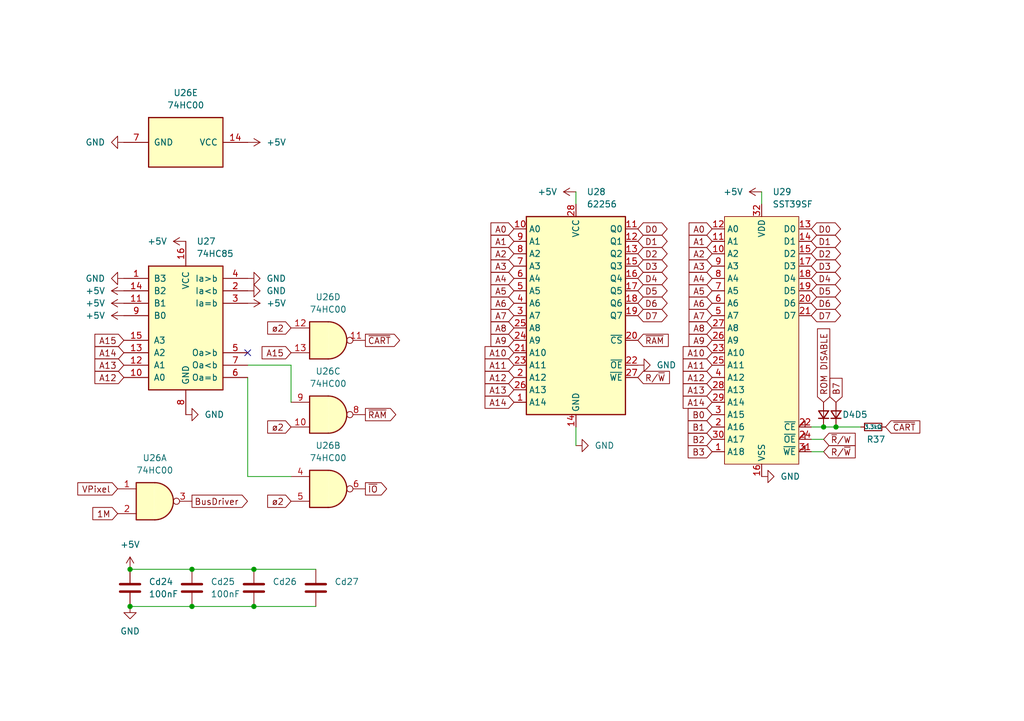
<source format=kicad_sch>
(kicad_sch (version 20231120) (generator "eeschema") (generator_version "8.0")
  (paper "A5")
  (title_block (title "Memory Mapping and RAM"))
  (lib_symbols
    (symbol "74xx:74HC00" (pin_names (offset 1.016))
      (property "Reference" "U" (at 0 1.27 0))
      (property "Value" "74HC00" (at 0 -1.27 0))
      (symbol "74HC00_1_1"
        (arc (start 0 -3.81) (mid 3.7934 0) (end 0 3.81) (stroke (width 0.254)) (fill (type background)))
        (polyline (pts (xy 0 3.81) (xy -3.81 3.81) (xy -3.81 -3.81) (xy 0 -3.81)) (stroke (width 0.254)) (fill (type background)))
        (pin input line (at -7.62 2.54 0) (length 3.81) (name "~") (number "1"))
        (pin input line (at -7.62 -2.54 0) (length 3.81) (name "~") (number "2"))
        (pin output inverted (at 7.62 0 180) (length 3.81) (name "~") (number "3"))
      )
      (symbol "74HC00_1_2"
        (arc (start -3.81 -3.81) (mid -2.589 0) (end -3.81 3.81) (stroke (width 0.254)))
        (arc (start -0.6096 -3.81) (mid 2.1842 -2.5851) (end 3.81 0) (stroke (width 0.254)) (fill (type background)))
        (polyline (pts (xy -3.81 -3.81) (xy -0.635 -3.81)) (stroke (width 0.254)) (fill (type background)))
        (polyline (pts (xy -3.81 3.81) (xy -0.635 3.81)) (stroke (width 0.254)) (fill (type background)))
        (polyline (pts (xy -0.635 3.81) (xy -3.81 3.81) (xy -3.81 3.81) (xy -3.556 3.4036) (xy -3.0226 2.2606) (xy -2.6924 1.0414) (xy -2.6162 -0.254) (xy -2.7686 -1.4986) (xy -3.175 -2.7178) (xy -3.81 -3.81) (xy -3.81 -3.81) (xy -0.635 -3.81)) (stroke (width -25.4)) (fill (type background)))
        (arc (start 3.81 0) (mid 2.1915 2.5936) (end -0.6096 3.81) (stroke (width 0.254)) (fill (type background)))
        (pin input inverted (at -7.62 2.54 0) (length 4.318) (name "~") (number "1"))
        (pin input inverted (at -7.62 -2.54 0) (length 4.318) (name "~") (number "2"))
        (pin output line (at 7.62 0 180) (length 3.81) (name "~") (number "3"))
      )
      (symbol "74HC00_2_1"
        (arc (start 0 -3.81) (mid 3.7934 0) (end 0 3.81) (stroke (width 0.254)) (fill (type background)))
        (polyline (pts (xy 0 3.81) (xy -3.81 3.81) (xy -3.81 -3.81) (xy 0 -3.81)) (stroke (width 0.254)) (fill (type background)))
        (pin input line (at -7.62 2.54 0) (length 3.81) (name "~") (number "4"))
        (pin input line (at -7.62 -2.54 0) (length 3.81) (name "~") (number "5"))
        (pin output inverted (at 7.62 0 180) (length 3.81) (name "~") (number "6"))
      )
      (symbol "74HC00_2_2"
        (arc (start -3.81 -3.81) (mid -2.589 0) (end -3.81 3.81) (stroke (width 0.254)))
        (arc (start -0.6096 -3.81) (mid 2.1842 -2.5851) (end 3.81 0) (stroke (width 0.254)) (fill (type background)))
        (polyline (pts (xy -3.81 -3.81) (xy -0.635 -3.81)) (stroke (width 0.254)) (fill (type background)))
        (polyline (pts (xy -3.81 3.81) (xy -0.635 3.81)) (stroke (width 0.254)) (fill (type background)))
        (polyline (pts (xy -0.635 3.81) (xy -3.81 3.81) (xy -3.81 3.81) (xy -3.556 3.4036) (xy -3.0226 2.2606) (xy -2.6924 1.0414) (xy -2.6162 -0.254) (xy -2.7686 -1.4986) (xy -3.175 -2.7178) (xy -3.81 -3.81) (xy -3.81 -3.81) (xy -0.635 -3.81)) (stroke (width -25.4)) (fill (type background)))
        (arc (start 3.81 0) (mid 2.1915 2.5936) (end -0.6096 3.81) (stroke (width 0.254)) (fill (type background)))
        (pin input inverted (at -7.62 2.54 0) (length 4.318) (name "~") (number "4"))
        (pin input inverted (at -7.62 -2.54 0) (length 4.318) (name "~") (number "5"))
        (pin output line (at 7.62 0 180) (length 3.81) (name "~") (number "6"))
      )
      (symbol "74HC00_3_1"
        (arc (start 0 -3.81) (mid 3.7934 0) (end 0 3.81) (stroke (width 0.254)) (fill (type background)))
        (polyline (pts (xy 0 3.81) (xy -3.81 3.81) (xy -3.81 -3.81) (xy 0 -3.81)) (stroke (width 0.254)) (fill (type background)))
        (pin input line (at -7.62 -2.54 0) (length 3.81) (name "~") (number "10"))
        (pin output inverted (at 7.62 0 180) (length 3.81) (name "~") (number "8"))
        (pin input line (at -7.62 2.54 0) (length 3.81) (name "~") (number "9"))
      )
      (symbol "74HC00_3_2"
        (arc (start -3.81 -3.81) (mid -2.589 0) (end -3.81 3.81) (stroke (width 0.254)))
        (arc (start -0.6096 -3.81) (mid 2.1842 -2.5851) (end 3.81 0) (stroke (width 0.254)) (fill (type background)))
        (polyline (pts (xy -3.81 -3.81) (xy -0.635 -3.81)) (stroke (width 0.254)) (fill (type background)))
        (polyline (pts (xy -3.81 3.81) (xy -0.635 3.81)) (stroke (width 0.254)) (fill (type background)))
        (polyline (pts (xy -0.635 3.81) (xy -3.81 3.81) (xy -3.81 3.81) (xy -3.556 3.4036) (xy -3.0226 2.2606) (xy -2.6924 1.0414) (xy -2.6162 -0.254) (xy -2.7686 -1.4986) (xy -3.175 -2.7178) (xy -3.81 -3.81) (xy -3.81 -3.81) (xy -0.635 -3.81)) (stroke (width -25.4)) (fill (type background)))
        (arc (start 3.81 0) (mid 2.1915 2.5936) (end -0.6096 3.81) (stroke (width 0.254)) (fill (type background)))
        (pin input inverted (at -7.62 -2.54 0) (length 4.318) (name "~") (number "10"))
        (pin output line (at 7.62 0 180) (length 3.81) (name "~") (number "8"))
        (pin input inverted (at -7.62 2.54 0) (length 4.318) (name "~") (number "9"))
      )
      (symbol "74HC00_4_1"
        (arc (start 0 -3.81) (mid 3.7934 0) (end 0 3.81) (stroke (width 0.254)) (fill (type background)))
        (polyline (pts (xy 0 3.81) (xy -3.81 3.81) (xy -3.81 -3.81) (xy 0 -3.81)) (stroke (width 0.254)) (fill (type background)))
        (pin output inverted (at 7.62 0 180) (length 3.81) (name "~") (number "11"))
        (pin input line (at -7.62 2.54 0) (length 3.81) (name "~") (number "12"))
        (pin input line (at -7.62 -2.54 0) (length 3.81) (name "~") (number "13"))
      )
      (symbol "74HC00_4_2"
        (arc (start -3.81 -3.81) (mid -2.589 0) (end -3.81 3.81) (stroke (width 0.254)))
        (arc (start -0.6096 -3.81) (mid 2.1842 -2.5851) (end 3.81 0) (stroke (width 0.254)) (fill (type background)))
        (polyline (pts (xy -3.81 -3.81) (xy -0.635 -3.81)) (stroke (width 0.254)) (fill (type background)))
        (polyline (pts (xy -3.81 3.81) (xy -0.635 3.81)) (stroke (width 0.254)) (fill (type background)))
        (polyline (pts (xy -0.635 3.81) (xy -3.81 3.81) (xy -3.81 3.81) (xy -3.556 3.4036) (xy -3.0226 2.2606) (xy -2.6924 1.0414) (xy -2.6162 -0.254) (xy -2.7686 -1.4986) (xy -3.175 -2.7178) (xy -3.81 -3.81) (xy -3.81 -3.81) (xy -0.635 -3.81)) (stroke (width -25.4)) (fill (type background)))
        (arc (start 3.81 0) (mid 2.1915 2.5936) (end -0.6096 3.81) (stroke (width 0.254)) (fill (type background)))
        (pin output line (at 7.62 0 180) (length 3.81) (name "~") (number "11"))
        (pin input inverted (at -7.62 2.54 0) (length 4.318) (name "~") (number "12"))
        (pin input inverted (at -7.62 -2.54 0) (length 4.318) (name "~") (number "13"))
      )
      (symbol "74HC00_5_0"
        (pin power_in line (at 0 12.7 270) (length 5.08) (name "VCC") (number "14"))
        (pin power_in line (at 0 -12.7 90) (length 5.08) (name "GND") (number "7"))
      )
      (symbol "74HC00_5_1"
        (rectangle (start -5.08 7.62) (end 5.08 -7.62) (stroke (width 0.254)) (fill (type background)))
      )
    )
    (symbol "74xx:74LS85" (pin_names (offset 1.016))
      (property "Reference" "U" (at -7.62 13.97 0))
      (property "Value" "74LS85" (at -7.62 -13.97 0))
      (symbol "74LS85_1_0"
        (pin input line (at -12.7 10.16 0) (length 5.08) (name "B3") (number "1"))
        (pin input line (at -12.7 -10.16 0) (length 5.08) (name "A0") (number "10"))
        (pin input line (at -12.7 5.08 0) (length 5.08) (name "B1") (number "11"))
        (pin input line (at -12.7 -7.62 0) (length 5.08) (name "A1") (number "12"))
        (pin input line (at -12.7 -5.08 0) (length 5.08) (name "A2") (number "13"))
        (pin input line (at -12.7 7.62 0) (length 5.08) (name "B2") (number "14"))
        (pin input line (at -12.7 -2.54 0) (length 5.08) (name "A3") (number "15"))
        (pin power_in line (at 0 17.78 270) (length 5.08) (name "VCC") (number "16"))
        (pin input line (at 12.7 7.62 180) (length 5.08) (name "Ia<b") (number "2"))
        (pin input line (at 12.7 5.08 180) (length 5.08) (name "Ia=b") (number "3"))
        (pin input line (at 12.7 10.16 180) (length 5.08) (name "Ia>b") (number "4"))
        (pin output line (at 12.7 -5.08 180) (length 5.08) (name "Oa>b") (number "5"))
        (pin output line (at 12.7 -10.16 180) (length 5.08) (name "Oa=b") (number "6"))
        (pin output line (at 12.7 -7.62 180) (length 5.08) (name "Oa<b") (number "7"))
        (pin power_in line (at 0 -17.78 90) (length 5.08) (name "GND") (number "8"))
        (pin input line (at -12.7 2.54 0) (length 5.08) (name "B0") (number "9"))
      )
      (symbol "74LS85_1_1"
        (rectangle (start -7.62 12.7) (end 7.62 -12.7) (stroke (width 0.254)) (fill (type background)))
      )
    )
    (symbol "Device:C" (pin_numbers hide) (pin_names (offset 0.254))
      (property "Reference" "C" (at 0.635 2.54 0))
      (property "Value" "C" (at 0.635 -2.54 0))
      (symbol "C_0_1"
        (polyline (pts (xy -2.032 -0.762) (xy 2.032 -0.762)) (stroke (width 0.508)))
        (polyline (pts (xy -2.032 0.762) (xy 2.032 0.762)) (stroke (width 0.508)))
      )
      (symbol "C_1_1"
        (pin passive line (at 0 3.81 270) (length 2.794) (name "~") (number "1"))
        (pin passive line (at 0 -3.81 90) (length 2.794) (name "~") (number "2"))
      )
    )
    (symbol "Device:D_Small" (pin_numbers hide) (pin_names (offset 0.254) hide)
      (property "Reference" "D" (at -1.27 2.032 0))
      (property "Value" "D_Small" (at -3.81 -2.032 0))
      (symbol "D_Small_0_1"
        (polyline (pts (xy -0.762 -1.016) (xy -0.762 1.016)) (stroke (width 0.254)))
        (polyline (pts (xy -0.762 0) (xy 0.762 0)))
        (polyline (pts (xy 0.762 -1.016) (xy -0.762 0) (xy 0.762 1.016) (xy 0.762 -1.016)) (stroke (width 0.254)))
      )
      (symbol "D_Small_1_1"
        (pin passive line (at -2.54 0 0) (length 1.778) (name "K") (number "1"))
        (pin passive line (at 2.54 0 180) (length 1.778) (name "A") (number "2"))
      )
    )
    (symbol "Device:R_Small" (pin_numbers hide) (pin_names (offset 0.254) hide)
      (property "Reference" "R" (at 0.762 0.508 0))
      (property "Value" "R_Small" (at 0.762 -1.016 0))
      (symbol "R_Small_0_1"
        (rectangle (start -0.762 1.778) (end 0.762 -1.778) (stroke (width 0.2032)))
      )
      (symbol "R_Small_1_1"
        (pin passive line (at 0 2.54 270) (length 0.762) (name "~") (number "1"))
        (pin passive line (at 0 -2.54 90) (length 0.762) (name "~") (number "2"))
      )
    )
    (symbol "Memory_Lib:SST39SF040"
      (property "Reference" "U" (at 11.43 54.61 0))
      (property "Value" "SST39SF040" (at 19.05 52.07 0))
      (symbol "SST39SF040_1_1"
        (rectangle (start 0 50.8) (end 15.24 0) (fill (type background)))
        (pin input line (at -2.54 2.54 0) (length 2.54) (name "A18") (number "1"))
        (pin input line (at -2.54 43.18 0) (length 2.54) (name "A2") (number "10"))
        (pin input line (at -2.54 45.72 0) (length 2.54) (name "A1") (number "11"))
        (pin input line (at -2.54 48.26 0) (length 2.54) (name "A0") (number "12"))
        (pin bidirectional line (at 17.78 48.26 180) (length 2.54) (name "D0") (number "13"))
        (pin bidirectional line (at 17.78 45.72 180) (length 2.54) (name "D1") (number "14"))
        (pin bidirectional line (at 17.78 43.18 180) (length 2.54) (name "D2") (number "15"))
        (pin power_in line (at 7.62 -2.54 90) (length 2.54) (name "VSS") (number "16"))
        (pin bidirectional line (at 17.78 40.64 180) (length 2.54) (name "D3") (number "17"))
        (pin bidirectional line (at 17.78 38.1 180) (length 2.54) (name "D4") (number "18"))
        (pin bidirectional line (at 17.78 35.56 180) (length 2.54) (name "D5") (number "19"))
        (pin input line (at -2.54 7.62 0) (length 2.54) (name "A16") (number "2"))
        (pin bidirectional line (at 17.78 33.02 180) (length 2.54) (name "D6") (number "20"))
        (pin bidirectional line (at 17.78 30.48 180) (length 2.54) (name "D7") (number "21"))
        (pin input input_low (at 17.78 7.62 180) (length 2.54) (name "~{CE}") (number "22"))
        (pin input line (at -2.54 22.86 0) (length 2.54) (name "A10") (number "23"))
        (pin input input_low (at 17.78 5.08 180) (length 2.54) (name "~{OE}") (number "24"))
        (pin input line (at -2.54 20.32 0) (length 2.54) (name "A11") (number "25"))
        (pin input line (at -2.54 25.4 0) (length 2.54) (name "A9") (number "26"))
        (pin input line (at -2.54 27.94 0) (length 2.54) (name "A8") (number "27"))
        (pin input line (at -2.54 15.24 0) (length 2.54) (name "A13") (number "28"))
        (pin input line (at -2.54 12.7 0) (length 2.54) (name "A14") (number "29"))
        (pin input line (at -2.54 10.16 0) (length 2.54) (name "A15") (number "3"))
        (pin input line (at -2.54 5.08 0) (length 2.54) (name "A17") (number "30"))
        (pin input input_low (at 17.78 2.54 180) (length 2.54) (name "~{WE}") (number "31"))
        (pin power_in line (at 7.62 53.34 270) (length 2.54) (name "VDD") (number "32"))
        (pin input line (at -2.54 17.78 0) (length 2.54) (name "A12") (number "4"))
        (pin input line (at -2.54 30.48 0) (length 2.54) (name "A7") (number "5"))
        (pin input line (at -2.54 33.02 0) (length 2.54) (name "A6") (number "6"))
        (pin input line (at -2.54 35.56 0) (length 2.54) (name "A5") (number "7"))
        (pin input line (at -2.54 38.1 0) (length 2.54) (name "A4") (number "8"))
        (pin input line (at -2.54 40.64 0) (length 2.54) (name "A3") (number "9"))
      )
    )
    (symbol "Memory_RAM:HM62256BLP"
      (property "Reference" "U" (at -10.16 20.955 0))
      (property "Value" "HM62256BLP" (at 2.54 20.955 0))
      (symbol "HM62256BLP_0_0"
        (pin power_in line (at 0 -22.86 90) (length 2.54) (name "GND") (number "14"))
        (pin power_in line (at 0 22.86 270) (length 2.54) (name "VCC") (number "28"))
      )
      (symbol "HM62256BLP_0_1"
        (rectangle (start -10.16 20.32) (end 10.16 -20.32) (stroke (width 0.254)) (fill (type background)))
      )
      (symbol "HM62256BLP_1_1"
        (pin input line (at -12.7 -17.78 0) (length 2.54) (name "A14") (number "1"))
        (pin input line (at -12.7 17.78 0) (length 2.54) (name "A0") (number "10"))
        (pin tri_state line (at 12.7 17.78 180) (length 2.54) (name "Q0") (number "11"))
        (pin tri_state line (at 12.7 15.24 180) (length 2.54) (name "Q1") (number "12"))
        (pin tri_state line (at 12.7 12.7 180) (length 2.54) (name "Q2") (number "13"))
        (pin tri_state line (at 12.7 10.16 180) (length 2.54) (name "Q3") (number "15"))
        (pin tri_state line (at 12.7 7.62 180) (length 2.54) (name "Q4") (number "16"))
        (pin tri_state line (at 12.7 5.08 180) (length 2.54) (name "Q5") (number "17"))
        (pin tri_state line (at 12.7 2.54 180) (length 2.54) (name "Q6") (number "18"))
        (pin tri_state line (at 12.7 0 180) (length 2.54) (name "Q7") (number "19"))
        (pin input line (at -12.7 -12.7 0) (length 2.54) (name "A12") (number "2"))
        (pin input line (at 12.7 -5.08 180) (length 2.54) (name "~{CS}") (number "20"))
        (pin input line (at -12.7 -7.62 0) (length 2.54) (name "A10") (number "21"))
        (pin input line (at 12.7 -10.16 180) (length 2.54) (name "~{OE}") (number "22"))
        (pin input line (at -12.7 -10.16 0) (length 2.54) (name "A11") (number "23"))
        (pin input line (at -12.7 -5.08 0) (length 2.54) (name "A9") (number "24"))
        (pin input line (at -12.7 -2.54 0) (length 2.54) (name "A8") (number "25"))
        (pin input line (at -12.7 -15.24 0) (length 2.54) (name "A13") (number "26"))
        (pin input line (at 12.7 -12.7 180) (length 2.54) (name "~{WE}") (number "27"))
        (pin input line (at -12.7 0 0) (length 2.54) (name "A7") (number "3"))
        (pin input line (at -12.7 2.54 0) (length 2.54) (name "A6") (number "4"))
        (pin input line (at -12.7 5.08 0) (length 2.54) (name "A5") (number "5"))
        (pin input line (at -12.7 7.62 0) (length 2.54) (name "A4") (number "6"))
        (pin input line (at -12.7 10.16 0) (length 2.54) (name "A3") (number "7"))
        (pin input line (at -12.7 12.7 0) (length 2.54) (name "A2") (number "8"))
        (pin input line (at -12.7 15.24 0) (length 2.54) (name "A1") (number "9"))
      )
    )
    (symbol "power:+5V" (power) (pin_names (offset 0))
      (property "Value" "+5V" (at 0 3.556 0))
      (symbol "+5V_0_1"
        (polyline (pts (xy -0.762 1.27) (xy 0 2.54)))
        (polyline (pts (xy 0 0) (xy 0 2.54)))
        (polyline (pts (xy 0 2.54) (xy 0.762 1.27)))
      )
      (symbol "+5V_1_1"
        (pin power_in line (at 0 0 90) (length 0) hide (name "+5V") (number "1"))
      )
    )
    (symbol "power:GND" (power) (pin_names (offset 0))
      (property "Value" "GND" (at 0 -3.81 0))
      (symbol "GND_0_1"
        (polyline (pts (xy 0 0) (xy 0 -1.27) (xy 1.27 -1.27) (xy 0 -2.54) (xy -1.27 -1.27) (xy 0 -1.27)))
      )
      (symbol "GND_1_1"
        (pin power_in line (at 0 0 270) (length 0) hide (name "GND") (number "1"))
      )
    )
  )
  (junction (at 168.91 87.63))
  (junction (at 26.67 124.46))
  (junction (at 52.07 124.46))
  (junction (at 171.45 87.63))
  (junction (at 52.07 116.84))
  (junction (at 26.67 116.84))
  (junction (at 39.37 116.84))
  (junction (at 39.37 124.46))
  (no_connect (at 50.8 72.39))
  (wire (pts (xy 39.37 124.46) (xy 52.07 124.46)))
  (wire (pts (xy 59.69 74.93) (xy 59.69 82.55)))
  (wire (pts (xy 168.91 87.63) (xy 171.45 87.63)))
  (wire (pts (xy 26.67 116.84) (xy 39.37 116.84)))
  (wire (pts (xy 26.67 124.46) (xy 39.37 124.46)))
  (wire (pts (xy 118.11 87.63) (xy 118.11 91.44)))
  (wire (pts (xy 52.07 116.84) (xy 64.77 116.84)))
  (wire (pts (xy 171.45 87.63) (xy 176.53 87.63)))
  (wire (pts (xy 52.07 124.46) (xy 64.77 124.46)))
  (wire (pts (xy 166.37 90.17) (xy 168.91 90.17)))
  (wire (pts (xy 168.91 92.71) (xy 166.37 92.71)))
  (wire (pts (xy 50.8 77.47) (xy 50.8 97.79)))
  (wire (pts (xy 118.11 39.37) (xy 118.11 41.91)))
  (wire (pts (xy 156.21 39.37) (xy 156.21 41.91)))
  (wire (pts (xy 50.8 74.93) (xy 59.69 74.93)))
  (wire (pts (xy 50.8 97.79) (xy 59.69 97.79)))
  (wire (pts (xy 166.37 87.63) (xy 168.91 87.63)))
  (wire (pts (xy 39.37 116.84) (xy 52.07 116.84)))
  (global_label "~{IO}" (shape output) (at 74.93 100.33 0) (property "Intersheetrefs" "${INTERSHEET_REFS}" (effects (hide yes))))
  (global_label "A0" (shape input) (at 146.05 46.99 180) (property "Intersheetrefs" "${INTERSHEET_REFS}" (effects (hide yes))))
  (global_label "R{slash}~{W}" (shape input) (at 168.91 92.71 0) (property "Intersheetrefs" "${INTERSHEET_REFS}" (effects (hide yes))))
  (global_label "D5" (shape bidirectional) (at 130.81 59.69 0) (property "Intersheetrefs" "${INTERSHEET_REFS}" (effects (hide yes))))
  (global_label "A4" (shape input) (at 105.41 57.15 180) (property "Intersheetrefs" "${INTERSHEET_REFS}" (effects (hide yes))))
  (global_label "~{CART}" (shape input) (at 181.61 87.63 0) (property "Intersheetrefs" "${INTERSHEET_REFS}" (effects (hide yes))))
  (global_label "A10" (shape input) (at 105.41 72.39 180) (property "Intersheetrefs" "${INTERSHEET_REFS}" (effects (hide yes))))
  (global_label "A5" (shape input) (at 105.41 59.69 180) (property "Intersheetrefs" "${INTERSHEET_REFS}" (effects (hide yes))))
  (global_label "A0" (shape input) (at 105.41 46.99 180) (property "Intersheetrefs" "${INTERSHEET_REFS}" (effects (hide yes))))
  (global_label "~{R}{slash}W" (shape input) (at 168.91 90.17 0) (property "Intersheetrefs" "${INTERSHEET_REFS}" (effects (hide yes))))
  (global_label "~{RAM}" (shape input) (at 130.81 69.85 0) (property "Intersheetrefs" "${INTERSHEET_REFS}" (effects (hide yes))))
  (global_label "D1" (shape bidirectional) (at 166.37 49.53 0) (property "Intersheetrefs" "${INTERSHEET_REFS}" (effects (hide yes))))
  (global_label "D2" (shape bidirectional) (at 166.37 52.07 0) (property "Intersheetrefs" "${INTERSHEET_REFS}" (effects (hide yes))))
  (global_label "D4" (shape bidirectional) (at 166.37 57.15 0) (property "Intersheetrefs" "${INTERSHEET_REFS}" (effects (hide yes))))
  (global_label "A13" (shape input) (at 25.4 74.93 180) (property "Intersheetrefs" "${INTERSHEET_REFS}" (effects (hide yes))))
  (global_label "A14" (shape input) (at 25.4 72.39 180) (property "Intersheetrefs" "${INTERSHEET_REFS}" (effects (hide yes))))
  (global_label "~{RAM}" (shape output) (at 74.93 85.09 0) (property "Intersheetrefs" "${INTERSHEET_REFS}" (effects (hide yes))))
  (global_label "A12" (shape input) (at 105.41 77.47 180) (property "Intersheetrefs" "${INTERSHEET_REFS}" (effects (hide yes))))
  (global_label "BusDriver" (shape output) (at 39.37 102.87 0) (property "Intersheetrefs" "${INTERSHEET_REFS}" (effects (hide yes))))
  (global_label "A14" (shape input) (at 146.05 82.55 180) (property "Intersheetrefs" "${INTERSHEET_REFS}" (effects (hide yes))))
  (global_label "ø2" (shape input) (at 59.69 87.63 180) (property "Intersheetrefs" "${INTERSHEET_REFS}" (effects (hide yes))))
  (global_label "A8" (shape input) (at 146.05 67.31 180) (property "Intersheetrefs" "${INTERSHEET_REFS}" (effects (hide yes))))
  (global_label "D3" (shape bidirectional) (at 166.37 54.61 0) (property "Intersheetrefs" "${INTERSHEET_REFS}" (effects (hide yes))))
  (global_label "A13" (shape input) (at 146.05 80.01 180) (property "Intersheetrefs" "${INTERSHEET_REFS}" (effects (hide yes))))
  (global_label "B7" (shape input) (at 171.45 82.55 90) (property "Intersheetrefs" "${INTERSHEET_REFS}" (effects (hide yes))))
  (global_label "A2" (shape input) (at 105.41 52.07 180) (property "Intersheetrefs" "${INTERSHEET_REFS}" (effects (hide yes))))
  (global_label "A14" (shape input) (at 105.41 82.55 180) (property "Intersheetrefs" "${INTERSHEET_REFS}" (effects (hide yes))))
  (global_label "A7" (shape input) (at 146.05 64.77 180) (property "Intersheetrefs" "${INTERSHEET_REFS}" (effects (hide yes))))
  (global_label "D6" (shape bidirectional) (at 130.81 62.23 0) (property "Intersheetrefs" "${INTERSHEET_REFS}" (effects (hide yes))))
  (global_label "1M" (shape input) (at 24.13 105.41 180) (property "Intersheetrefs" "${INTERSHEET_REFS}" (effects (hide yes))))
  (global_label "B1" (shape input) (at 146.05 87.63 180) (property "Intersheetrefs" "${INTERSHEET_REFS}" (effects (hide yes))))
  (global_label "D0" (shape bidirectional) (at 166.37 46.99 0) (property "Intersheetrefs" "${INTERSHEET_REFS}" (effects (hide yes))))
  (global_label "D4" (shape bidirectional) (at 130.81 57.15 0) (property "Intersheetrefs" "${INTERSHEET_REFS}" (effects (hide yes))))
  (global_label "A15" (shape input) (at 59.69 72.39 180) (property "Intersheetrefs" "${INTERSHEET_REFS}" (effects (hide yes))))
  (global_label "D3" (shape bidirectional) (at 130.81 54.61 0) (property "Intersheetrefs" "${INTERSHEET_REFS}" (effects (hide yes))))
  (global_label "A6" (shape input) (at 105.41 62.23 180) (property "Intersheetrefs" "${INTERSHEET_REFS}" (effects (hide yes))))
  (global_label "D2" (shape bidirectional) (at 130.81 52.07 0) (property "Intersheetrefs" "${INTERSHEET_REFS}" (effects (hide yes))))
  (global_label "ø2" (shape input) (at 59.69 67.31 180) (property "Intersheetrefs" "${INTERSHEET_REFS}" (effects (hide yes))))
  (global_label "A11" (shape input) (at 146.05 74.93 180) (property "Intersheetrefs" "${INTERSHEET_REFS}" (effects (hide yes))))
  (global_label "ROM DISABLE" (shape input) (at 168.91 82.55 90) (property "Intersheetrefs" "${INTERSHEET_REFS}" (effects (hide yes))))
  (global_label "VPixel" (shape input) (at 24.13 100.33 180) (property "Intersheetrefs" "${INTERSHEET_REFS}" (effects (hide yes))))
  (global_label "A13" (shape input) (at 105.41 80.01 180) (property "Intersheetrefs" "${INTERSHEET_REFS}" (effects (hide yes))))
  (global_label "D6" (shape bidirectional) (at 166.37 62.23 0) (property "Intersheetrefs" "${INTERSHEET_REFS}" (effects (hide yes))))
  (global_label "A3" (shape input) (at 105.41 54.61 180) (property "Intersheetrefs" "${INTERSHEET_REFS}" (effects (hide yes))))
  (global_label "B0" (shape input) (at 146.05 85.09 180) (property "Intersheetrefs" "${INTERSHEET_REFS}" (effects (hide yes))))
  (global_label "A6" (shape input) (at 146.05 62.23 180) (property "Intersheetrefs" "${INTERSHEET_REFS}" (effects (hide yes))))
  (global_label "D7" (shape bidirectional) (at 130.81 64.77 0) (property "Intersheetrefs" "${INTERSHEET_REFS}" (effects (hide yes))))
  (global_label "D5" (shape bidirectional) (at 166.37 59.69 0) (property "Intersheetrefs" "${INTERSHEET_REFS}" (effects (hide yes))))
  (global_label "A7" (shape input) (at 105.41 64.77 180) (property "Intersheetrefs" "${INTERSHEET_REFS}" (effects (hide yes))))
  (global_label "A1" (shape input) (at 105.41 49.53 180) (property "Intersheetrefs" "${INTERSHEET_REFS}" (effects (hide yes))))
  (global_label "ø2" (shape input) (at 59.69 102.87 180) (property "Intersheetrefs" "${INTERSHEET_REFS}" (effects (hide yes))))
  (global_label "A10" (shape input) (at 146.05 72.39 180) (property "Intersheetrefs" "${INTERSHEET_REFS}" (effects (hide yes))))
  (global_label "A15" (shape input) (at 25.4 69.85 180) (property "Intersheetrefs" "${INTERSHEET_REFS}" (effects (hide yes))))
  (global_label "B3" (shape input) (at 146.05 92.71 180) (property "Intersheetrefs" "${INTERSHEET_REFS}" (effects (hide yes))))
  (global_label "A2" (shape input) (at 146.05 52.07 180) (property "Intersheetrefs" "${INTERSHEET_REFS}" (effects (hide yes))))
  (global_label "A3" (shape input) (at 146.05 54.61 180) (property "Intersheetrefs" "${INTERSHEET_REFS}" (effects (hide yes))))
  (global_label "A11" (shape input) (at 105.41 74.93 180) (property "Intersheetrefs" "${INTERSHEET_REFS}" (effects (hide yes))))
  (global_label "A12" (shape input) (at 146.05 77.47 180) (property "Intersheetrefs" "${INTERSHEET_REFS}" (effects (hide yes))))
  (global_label "A5" (shape input) (at 146.05 59.69 180) (property "Intersheetrefs" "${INTERSHEET_REFS}" (effects (hide yes))))
  (global_label "D7" (shape bidirectional) (at 166.37 64.77 0) (property "Intersheetrefs" "${INTERSHEET_REFS}" (effects (hide yes))))
  (global_label "A8" (shape input) (at 105.41 67.31 180) (property "Intersheetrefs" "${INTERSHEET_REFS}" (effects (hide yes))))
  (global_label "A1" (shape input) (at 146.05 49.53 180) (property "Intersheetrefs" "${INTERSHEET_REFS}" (effects (hide yes))))
  (global_label "B2" (shape input) (at 146.05 90.17 180) (property "Intersheetrefs" "${INTERSHEET_REFS}" (effects (hide yes))))
  (global_label "A4" (shape input) (at 146.05 57.15 180) (property "Intersheetrefs" "${INTERSHEET_REFS}" (effects (hide yes))))
  (global_label "A9" (shape input) (at 105.41 69.85 180) (property "Intersheetrefs" "${INTERSHEET_REFS}" (effects (hide yes))))
  (global_label "R{slash}~{W}" (shape input) (at 130.81 77.47 0) (property "Intersheetrefs" "${INTERSHEET_REFS}" (effects (hide yes))))
  (global_label "A12" (shape input) (at 25.4 77.47 180) (property "Intersheetrefs" "${INTERSHEET_REFS}" (effects (hide yes))))
  (global_label "A9" (shape input) (at 146.05 69.85 180) (property "Intersheetrefs" "${INTERSHEET_REFS}" (effects (hide yes))))
  (global_label "D0" (shape bidirectional) (at 130.81 46.99 0) (property "Intersheetrefs" "${INTERSHEET_REFS}" (effects (hide yes))))
  (global_label "~{CART}" (shape output) (at 74.93 69.85 0) (property "Intersheetrefs" "${INTERSHEET_REFS}" (effects (hide yes))))
  (global_label "D1" (shape bidirectional) (at 130.81 49.53 0) (property "Intersheetrefs" "${INTERSHEET_REFS}" (effects (hide yes))))
  (symbol (lib_id "Device:D_Small") (at 171.45 85.09 90) (unit 1)
    (property "Reference" "D5" (at 175.26 85.09 90) (effects (justify right)))
    (property "Value" "D_Small" (effects (hide yes)))
    (property "Footprint" "Diode_THT:D_DO-34_SOD68_P7.62mm_Horizontal" (effects (hide yes)))
    (property "Sim.Device" "D" (effects (hide yes)))
    (property "Sim.Pins" "1=K 2=A" (effects (hide yes)))
  )
  (symbol (lib_id "Memory_RAM:HM62256BLP") (at 118.11 64.77 0) (unit 1)
    (property "Reference" "U28" (at 120.3041 39.37 0) (effects (justify left)))
    (property "Value" "62256" (at 120.3041 41.91 0) (effects (justify left)))
    (property "Footprint" "PCM_Package_DIP_AKL:DIP-28_W15.24mm_Socket_LongPads" (effects (hide yes)))
    (property "Datasheet" "https://web.mit.edu/6.115/www/document/62256.pdf" (effects (hide yes)))
  )
  (symbol (lib_id "74xx:74HC00") (at 67.31 69.85 0) (unit 4)
    (property "Reference" "U26" (at 67.3017 60.96 0))
    (property "Value" "74HC00" (at 67.3017 63.5 0))
    (property "Footprint" "PCM_Package_DIP_AKL:DIP-14_W7.62mm_Socket_LongPads" (effects (hide yes)))
    (property "Datasheet" "http://www.ti.com/lit/gpn/sn74hc00" (effects (hide yes)))
  )
  (symbol (lib_id "74xx:74HC00") (at 38.1 29.21 270) (unit 5)
    (property "Reference" "U26" (at 38.1 19.05 90))
    (property "Value" "74HC00" (at 38.1 21.59 90))
    (property "Footprint" "PCM_Package_DIP_AKL:DIP-14_W7.62mm_Socket_LongPads" (effects (hide yes)))
    (property "Datasheet" "http://www.ti.com/lit/gpn/sn74hc00" (effects (hide yes)))
  )
  (symbol (lib_id "power:GND") (at 25.4 57.15 270) (unit 1)
    (property "Reference" "#PWR0113" (effects (hide yes)))
    (property "Value" "GND" (at 21.59 57.15 90) (effects (justify right)))
  )
  (symbol (lib_id "74xx:74HC00") (at 67.31 85.09 0) (unit 3)
    (property "Reference" "U26" (at 67.3017 76.2 0))
    (property "Value" "74HC00" (at 67.3017 78.74 0))
    (property "Footprint" "PCM_Package_DIP_AKL:DIP-14_W7.62mm_Socket_LongPads" (effects (hide yes)))
    (property "Datasheet" "http://www.ti.com/lit/gpn/sn74hc00" (effects (hide yes)))
  )
  (symbol (lib_id "Device:C") (at 64.77 120.65 0) (unit 1)
    (property "Reference" "Cd27" (at 68.58 119.38 0) (effects (justify left)))
    (property "Value" "100nF" (effects (hide yes)))
    (property "Footprint" "Capacitor_THT:C_Disc_D3.0mm_W2.0mm_P2.50mm" (effects (hide yes)))
  )
  (symbol (lib_id "Device:C") (at 39.37 120.65 0) (unit 1)
    (property "Reference" "Cd25" (at 43.18 119.38 0) (effects (justify left)))
    (property "Value" "100nF" (at 43.18 121.92 0) (effects (justify left)))
    (property "Footprint" "Capacitor_THT:C_Disc_D3.0mm_W2.0mm_P2.50mm" (effects (hide yes)))
  )
  (symbol (lib_id "power:GND") (at 118.11 91.44 90) (unit 1)
    (property "Reference" "#PWR0126" (effects (hide yes)))
    (property "Value" "GND" (at 121.92 91.44 90) (effects (justify right)))
  )
  (symbol (lib_id "power:GND") (at 26.67 124.46 0) (unit 1)
    (property "Reference" "#PWR0118" (effects (hide yes)))
    (property "Value" "GND" (at 26.67 129.54 0))
  )
  (symbol (lib_id "74xx:74LS85") (at 38.1 67.31 0) (unit 1)
    (property "Reference" "U27" (at 40.2941 49.53 0) (effects (justify left)))
    (property "Value" "74HC85" (at 40.2941 52.07 0) (effects (justify left)))
    (property "Footprint" "PCM_Package_DIP_AKL:DIP-16_W7.62mm_Socket_LongPads" (effects (hide yes)))
    (property "Datasheet" "http://www.ti.com/lit/gpn/sn74LS85" (effects (hide yes)))
  )
  (symbol (lib_id "Device:C") (at 26.67 120.65 0) (unit 1)
    (property "Reference" "Cd24" (at 30.48 119.38 0) (effects (justify left)))
    (property "Value" "100nF" (at 30.48 121.92 0) (effects (justify left)))
    (property "Footprint" "Capacitor_THT:C_Disc_D3.0mm_W2.0mm_P2.50mm" (effects (hide yes)))
  )
  (symbol (lib_id "74xx:74HC00") (at 67.31 100.33 0) (unit 2)
    (property "Reference" "U26" (at 67.3017 91.44 0))
    (property "Value" "74HC00" (at 67.3017 93.98 0))
    (property "Footprint" "PCM_Package_DIP_AKL:DIP-14_W7.62mm_Socket_LongPads" (effects (hide yes)))
    (property "Datasheet" "http://www.ti.com/lit/gpn/sn74hc00" (effects (hide yes)))
  )
  (symbol (lib_id "Device:R_Small") (at 179.07 87.63 270) (unit 1)
    (property "Reference" "R37" (at 181.61 90.17 90) (effects (justify right)))
    (property "Value" "3.3kΩ" (at 179.07 87.63 90) (effects (font (size 0.8 0.8))))
    (property "Footprint" "Resistor_THT:R_Axial_DIN0204_L3.6mm_D1.6mm_P7.62mm_Horizontal" (effects (hide yes)))
  )
  (symbol (lib_id "power:+5V") (at 26.67 116.84 0) (unit 1)
    (property "Reference" "#PWR0117" (effects (hide yes)))
    (property "Value" "+5V" (at 26.67 111.76 0))
  )
  (symbol (lib_id "power:GND") (at 156.21 97.79 90) (unit 1)
    (property "Reference" "#PWR0129" (effects (hide yes)))
    (property "Value" "GND" (at 160.02 97.79 90) (effects (justify right)))
  )
  (symbol (lib_id "power:+5V") (at 156.21 39.37 90) (unit 1)
    (property "Reference" "#PWR0128" (effects (hide yes)))
    (property "Value" "+5V" (at 152.4 39.37 90) (effects (justify left)))
  )
  (symbol (lib_id "Device:C") (at 52.07 120.65 0) (unit 1)
    (property "Reference" "Cd26" (at 55.88 119.38 0) (effects (justify left)))
    (property "Value" "100nF" (effects (hide yes)))
    (property "Footprint" "Capacitor_THT:C_Disc_D3.0mm_W2.0mm_P2.50mm" (effects (hide yes)))
  )
  (symbol (lib_id "power:GND") (at 25.4 29.21 270) (unit 1)
    (property "Reference" "#PWR0112" (effects (hide yes)))
    (property "Value" "GND" (at 21.59 29.21 90) (effects (justify right)))
  )
  (symbol (lib_id "power:+5V") (at 50.8 29.21 270) (unit 1)
    (property "Reference" "#PWR0121" (effects (hide yes)))
    (property "Value" "+5V" (at 54.61 29.21 90) (effects (justify left)))
  )
  (symbol (lib_id "power:GND") (at 50.8 57.15 90) (unit 1)
    (property "Reference" "#PWR0122" (effects (hide yes)))
    (property "Value" "GND" (at 54.61 57.15 90) (effects (justify right)))
  )
  (symbol (lib_id "power:+5V") (at 25.4 62.23 90) (unit 1)
    (property "Reference" "#PWR0115" (effects (hide yes)))
    (property "Value" "+5V" (at 21.59 62.23 90) (effects (justify left)))
  )
  (symbol (lib_id "power:+5V") (at 25.4 59.69 90) (unit 1)
    (property "Reference" "#PWR0114" (effects (hide yes)))
    (property "Value" "+5V" (at 21.59 59.69 90) (effects (justify left)))
  )
  (symbol (lib_id "power:+5V") (at 50.8 62.23 270) (unit 1)
    (property "Reference" "#PWR0124" (effects (hide yes)))
    (property "Value" "+5V" (at 54.61 62.23 90) (effects (justify left)))
  )
  (symbol (lib_id "Device:D_Small") (at 168.91 85.09 90) (unit 1)
    (property "Reference" "D4" (at 172.72 85.09 90) (effects (justify right)))
    (property "Value" "D_Small" (effects (hide yes)))
    (property "Footprint" "Diode_THT:D_DO-34_SOD68_P7.62mm_Horizontal" (effects (hide yes)))
    (property "Sim.Device" "D" (effects (hide yes)))
    (property "Sim.Pins" "1=K 2=A" (effects (hide yes)))
  )
  (symbol (lib_id "power:GND") (at 50.8 59.69 90) (unit 1)
    (property "Reference" "#PWR0123" (effects (hide yes)))
    (property "Value" "GND" (at 54.61 59.69 90) (effects (justify right)))
  )
  (symbol (lib_id "power:GND") (at 38.1 85.09 90) (unit 1)
    (property "Reference" "#PWR0120" (effects (hide yes)))
    (property "Value" "GND" (at 41.91 85.09 90) (effects (justify right)))
  )
  (symbol (lib_id "74xx:74HC00") (at 31.75 102.87 0) (unit 1)
    (property "Reference" "U26" (at 31.7417 93.98 0))
    (property "Value" "74HC00" (at 31.7417 96.52 0))
    (property "Footprint" "PCM_Package_DIP_AKL:DIP-14_W7.62mm_Socket_LongPads" (effects (hide yes)))
    (property "Datasheet" "http://www.ti.com/lit/gpn/sn74hc00" (effects (hide yes)))
  )
  (symbol (lib_id "Memory_Lib:SST39SF040") (at 148.59 95.25 0) (unit 1)
    (property "Reference" "U29" (at 158.4041 39.37 0) (effects (justify left)))
    (property "Value" "SST39SF" (at 158.4041 41.91 0) (effects (justify left)))
    (property "Footprint" "PCM_Package_LCC_AKL:PLCC-32_THT-Socket" (effects (hide yes)))
    (property "Datasheet" "https://ww1.microchip.com/downloads/aemDocuments/documents/OTH/ProductDocuments/DataSheets/20005022C.pdf" (effects (hide yes)))
  )
  (symbol (lib_id "power:GND") (at 130.81 74.93 90) (unit 1)
    (property "Reference" "#PWR0127" (effects (hide yes)))
    (property "Value" "GND" (at 134.62 74.93 90) (effects (justify right)))
  )
  (symbol (lib_id "power:+5V") (at 38.1 49.53 90) (unit 1)
    (property "Reference" "#PWR0119" (effects (hide yes)))
    (property "Value" "+5V" (at 34.29 49.53 90) (effects (justify left)))
  )
  (symbol (lib_id "power:+5V") (at 25.4 64.77 90) (unit 1)
    (property "Reference" "#PWR0116" (effects (hide yes)))
    (property "Value" "+5V" (at 21.59 64.77 90) (effects (justify left)))
  )
  (symbol (lib_id "power:+5V") (at 118.11 39.37 90) (unit 1)
    (property "Reference" "#PWR0125" (effects (hide yes)))
    (property "Value" "+5V" (at 114.3 39.37 90) (effects (justify left)))
  )
)
</source>
